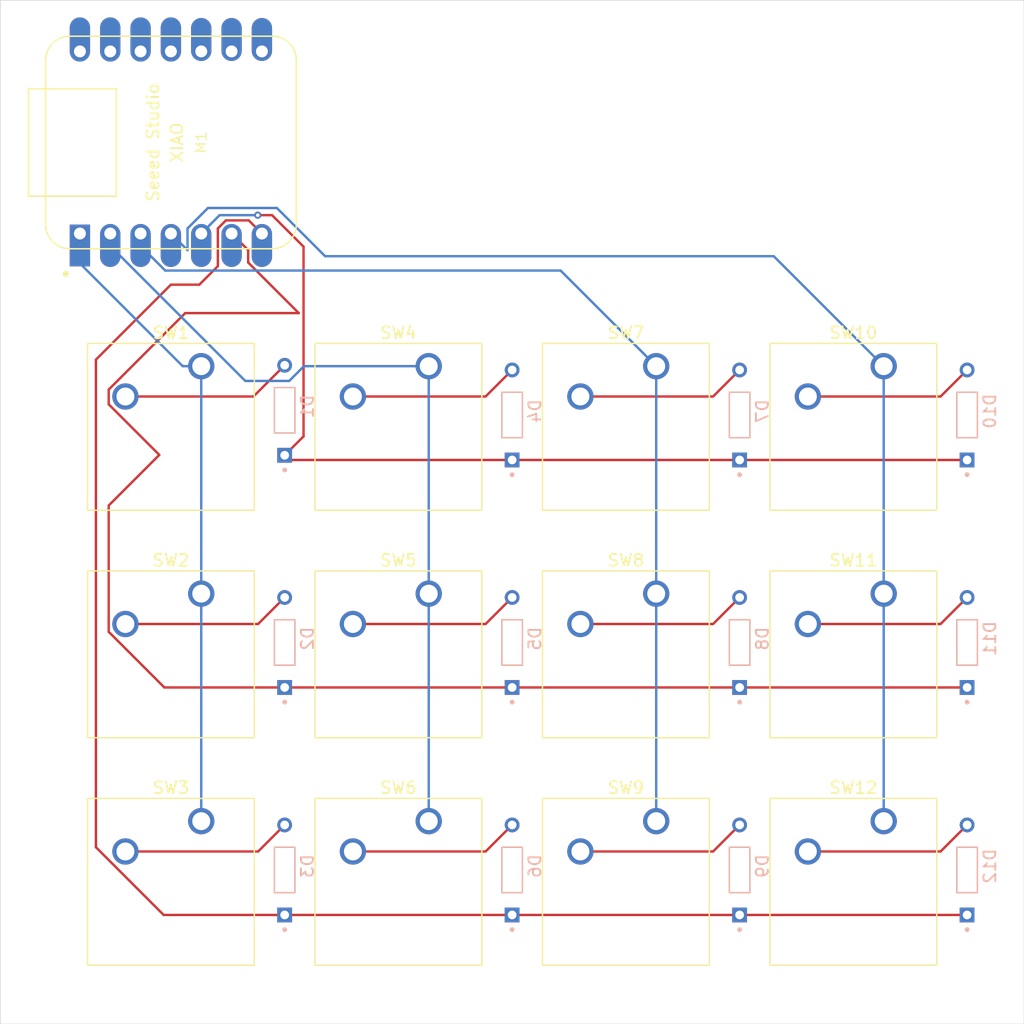
<source format=kicad_pcb>
(kicad_pcb (version 20240108) (generator "pcbnew") (generator_version "8.0")
  (layers (0 "F.Cu" signal) (31 "B.Cu" signal) (34 "B.Paste" user) (35 "F.Paste" user) (36 "B.SilkS" user "B.Silkscreen") (37 "F.SilkS" user "F.Silkscreen") (38 "B.Mask" user) (39 "F.Mask" user) (44 "Edge.Cuts" user))
  (net 0 "")
  (net 1 "Net-(D1-A)")
  (net 2 "Row 1")
  (net 3 "Row 0")
  (net 4 "Net-(D2-A)")
  (net 5 "Row 2")
  (net 6 "Net-(D3-A)")
  (net 7 "Net-(D4-A)")
  (net 9 "Net-(D5-A)")
  (net 10 "Net-(D6-A)")
  (net 11 "Net-(D7-A)")
  (net 12 "Net-(D8-A)")
  (net 13 "Net-(D9-A)")
  (net 14 "Net-(D10-A)")
  (net 15 "Net-(D11-A)")
  (net 16 "Net-(D12-A)")
  (net 17 "Col 0")
  (net 19 "Col 1")
  (net 20 "Col 3")
  (net 22 "Col 2")
  (net 24 "+5V")
  (net 25 "GND")
  (footprint "Button_Switch_Keyboard:SW_Cherry_MX_1.00u_PCB" (layer "F.Cu") (at 102.87 90.17)
    (property "Reference" "SW2" (at -2.54 -2.794 0) (layer "F.SilkS"))
    (property "Value" "SW_Push")
    (fp_line (start -9.525 -1.905) (end 4.445 -1.905) (stroke (width 0.12)) (layer "F.SilkS"))
    (fp_line (start -9.525 12.065) (end -9.525 -1.905) (stroke (width 0.12)) (layer "F.SilkS"))
    (fp_line (start 4.445 -1.905) (end 4.445 12.065) (stroke (width 0.12)) (layer "F.SilkS"))
    (fp_line (start 4.445 12.065) (end -9.525 12.065) (stroke (width 0.12)) (layer "F.SilkS"))
    (pad "" np_thru_hole circle (at -7.62 5.08) (size 1.7 1.7) (drill 1.7) (layers "*.Cu" "*.Mask"))
    (pad "" np_thru_hole circle (at -2.54 5.08) (size 4 4) (drill 4) (layers "*.Cu" "*.Mask"))
    (pad "" np_thru_hole circle (at 2.54 5.08) (size 1.7 1.7) (drill 1.7) (layers "*.Cu" "*.Mask"))
    (pad "1" thru_hole circle (at 0 0) (size 2.2 2.2) (drill 1.5) (layers "*.Cu" "*.Mask") (net 17 "Col 0"))
    (pad "2" thru_hole circle (at -6.35 2.54) (size 2.2 2.2) (drill 1.5) (layers "*.Cu" "*.Mask") (net 4 "Net-(D2-A)"))
  )
  (footprint "Button_Switch_Keyboard:SW_Cherry_MX_1.00u_PCB" (layer "F.Cu") (at 140.97 90.17)
    (property "Reference" "SW8" (at -2.54 -2.794 0) (layer "F.SilkS"))
    (property "Value" "SW_Push")
    (fp_line (start -9.525 -1.905) (end 4.445 -1.905) (stroke (width 0.12)) (layer "F.SilkS"))
    (fp_line (start -9.525 12.065) (end -9.525 -1.905) (stroke (width 0.12)) (layer "F.SilkS"))
    (fp_line (start 4.445 -1.905) (end 4.445 12.065) (stroke (width 0.12)) (layer "F.SilkS"))
    (fp_line (start 4.445 12.065) (end -9.525 12.065) (stroke (width 0.12)) (layer "F.SilkS"))
    (pad "" np_thru_hole circle (at -7.62 5.08) (size 1.7 1.7) (drill 1.7) (layers "*.Cu" "*.Mask"))
    (pad "" np_thru_hole circle (at -2.54 5.08) (size 4 4) (drill 4) (layers "*.Cu" "*.Mask"))
    (pad "" np_thru_hole circle (at 2.54 5.08) (size 1.7 1.7) (drill 1.7) (layers "*.Cu" "*.Mask"))
    (pad "1" thru_hole circle (at 0 0) (size 2.2 2.2) (drill 1.5) (layers "*.Cu" "*.Mask") (net 22 "Col 2"))
    (pad "2" thru_hole circle (at -6.35 2.54) (size 2.2 2.2) (drill 1.5) (layers "*.Cu" "*.Mask") (net 12 "Net-(D8-A)"))
  )
  (footprint "footprints:XIAO-Generic-Hybrid-14P-2.54-21X17.8MM" (layer "F.Cu") (at 100.33 52.3875 90)
    (property "Reference" "M1" (at 0 2.54 90) (layer "F.SilkS") (effects (font (size 0.889 0.889) (thickness 0.1016))))
    (property "Value" "XIAO-RP2040" (hide yes))
    (fp_line (start 4.5 -11.92403) (end 4.5 -4.57073) (stroke (width 0.127)) (layer "F.SilkS"))
    (fp_line (start -4.5 -11.92403) (end 4.5 -11.92403) (stroke (width 0.127)) (layer "F.SilkS"))
    (fp_line (start 6.9 -10.49909) (end -6.9 -10.49909) (stroke (width 0.127)) (layer "F.SilkS"))
    (fp_line (start -8.9 -8.5) (end -8.9 8.5) (stroke (width 0.127)) (layer "F.SilkS"))
    (fp_line (start 4.5 -4.57073) (end -4.5 -4.57073) (stroke (width 0.127)) (layer "F.SilkS"))
    (fp_line (start -4.5 -4.57073) (end -4.5 -11.92403) (stroke (width 0.127)) (layer "F.SilkS"))
    (fp_line (start 8.9 8.5) (end 8.9 -8.5) (stroke (width 0.127)) (layer "F.SilkS"))
    (fp_line (start -6.9 10.5) (end 6.9 10.5) (stroke (width 0.127)) (layer "F.SilkS"))
    (fp_arc (start 6.9 -10.5) (mid 8.301494 -9.901494) (end 8.9 -8.5) (stroke (width 0.12)) (layer "F.SilkS"))
    (fp_arc (start -8.9 -8.5) (mid -8.301491 -9.901491) (end -6.9 -10.5) (stroke (width 0.12)) (layer "F.SilkS"))
    (fp_arc (start 8.9 8.5) (mid 8.314214 9.914214) (end 6.9 10.5) (stroke (width 0.12)) (layer "F.SilkS"))
    (fp_arc (start -6.9 10.5) (mid -8.301423 9.901423) (end -8.9 8.5) (stroke (width 0.12)) (layer "F.SilkS"))
    (fp_circle (center -11 -8.8) (end -11 -9.054) (fill solid) (layer "F.SilkS"))
    (fp_poly (pts (xy -8.887715 -8.561705) (xy -8.884667 -8.610473) (xy -8.880603 -8.659494)) (stroke (width 0.0254)) (fill none) (layer "F.SilkS"))
    (fp_poly (pts (xy 8.889492 8.521574) (xy 8.887713 8.57085) (xy 8.884665 8.619618) (xy 8.880601 8.668639) (xy 8.875268 8.717407) (xy 8.868664 8.766175) (xy 8.861044 8.81469) (xy 8.852153 8.86295) (xy 8.842248 8.910955)) (stroke (width 0.0254)) (fill none) (layer "F.SilkS"))
    (fp_text user "XIAO" (at 0 0.5 90) (layer "F.SilkS"))
    (fp_text user "Seeed Studio" (at 0 -1.5 90) (layer "F.SilkS"))
    (pad "1" thru_hole rect (at -7.625 -7.62 90) (size 3.5 1.7) (drill 1 (offset -1 0)) (layers "*.Cu" "*.Mask") (net 17 "Col 0"))
    (pad "2" thru_hole oval (at -7.625 -5.08 90) (size 3.6 1.7) (drill 1 (offset -1 0)) (layers "*.Cu" "*.Mask") (net 19 "Col 1"))
    (pad "3" thru_hole oval (at -7.625 -2.54 90) (size 3.6 1.7) (drill 1 (offset -1 0)) (layers "*.Cu" "*.Mask") (net 22 "Col 2"))
    (pad "4" thru_hole oval (at -7.625 0 90) (size 3.6 1.7) (drill 1 (offset -1 0)) (layers "*.Cu" "*.Mask") (net 20 "Col 3"))
    (pad "5" thru_hole oval (at -7.625 2.54 90) (size 3.6 1.7) (drill 1 (offset -1 0)) (layers "*.Cu" "*.Mask") (net 3 "Row 0"))
    (pad "6" thru_hole oval (at -7.625 5.08 270) (size 3.6 1.7) (drill 1 (offset 1 0)) (layers "*.Cu" "*.Mask") (net 2 "Row 1"))
    (pad "7" thru_hole oval (at -7.625 7.62 90) (size 3.6 1.7) (drill 1 (offset -1 0)) (layers "*.Cu" "*.Mask") (net 5 "Row 2"))
    (pad "8" thru_hole oval (at 7.625 7.62 90) (size 3.6 1.7) (drill 1 (offset 1 0)) (layers "*.Cu" "*.Mask"))
    (pad "9" thru_hole oval (at 7.625 5.08 90) (size 3.6 1.7) (drill 1 (offset 1 0)) (layers "*.Cu" "*.Mask"))
    (pad "10" thru_hole oval (at 7.625 2.54 90) (size 3.6 1.7) (drill 1 (offset 1 0)) (layers "*.Cu" "*.Mask"))
    (pad "11" thru_hole oval (at 7.625 0 90) (size 3.7 1.7) (drill 1 (offset 1 0)) (layers "*.Cu" "*.Mask"))
    (pad "12" thru_hole oval (at 7.625 -2.54 90) (size 3.7 1.7) (drill 1 (offset 1 0)) (layers "*.Cu" "*.Mask"))
    (pad "13" thru_hole oval (at 7.625 -5.08 90) (size 3.7 1.7) (drill 1 (offset 1 0)) (layers "*.Cu" "*.Mask") (net 25 "GND"))
    (pad "14" thru_hole oval (at 7.625 -7.62 90) (size 3.7 1.7) (drill 1 (offset 1 0)) (layers "*.Cu" "*.Mask") (net 24 "+5V"))
  )
  (footprint "Button_Switch_Keyboard:SW_Cherry_MX_1.00u_PCB" (layer "F.Cu") (at 121.92 71.12)
    (property "Reference" "SW4" (at -2.54 -2.794 0) (layer "F.SilkS"))
    (property "Value" "SW_Push")
    (fp_line (start -9.525 -1.905) (end 4.445 -1.905) (stroke (width 0.12)) (layer "F.SilkS"))
    (fp_line (start -9.525 12.065) (end -9.525 -1.905) (stroke (width 0.12)) (layer "F.SilkS"))
    (fp_line (start 4.445 -1.905) (end 4.445 12.065) (stroke (width 0.12)) (layer "F.SilkS"))
    (fp_line (start 4.445 12.065) (end -9.525 12.065) (stroke (width 0.12)) (layer "F.SilkS"))
    (pad "" np_thru_hole circle (at -7.62 5.08) (size 1.7 1.7) (drill 1.7) (layers "*.Cu" "*.Mask"))
    (pad "" np_thru_hole circle (at -2.54 5.08) (size 4 4) (drill 4) (layers "*.Cu" "*.Mask"))
    (pad "" np_thru_hole circle (at 2.54 5.08) (size 1.7 1.7) (drill 1.7) (layers "*.Cu" "*.Mask"))
    (pad "1" thru_hole circle (at 0 0) (size 2.2 2.2) (drill 1.5) (layers "*.Cu" "*.Mask") (net 19 "Col 1"))
    (pad "2" thru_hole circle (at -6.35 2.54) (size 2.2 2.2) (drill 1.5) (layers "*.Cu" "*.Mask") (net 7 "Net-(D4-A)"))
  )
  (footprint "Button_Switch_Keyboard:SW_Cherry_MX_1.00u_PCB" (layer "F.Cu") (at 121.92 109.22)
    (property "Reference" "SW6" (at -2.54 -2.794 0) (layer "F.SilkS"))
    (property "Value" "SW_Push")
    (fp_line (start -9.525 -1.905) (end 4.445 -1.905) (stroke (width 0.12)) (layer "F.SilkS"))
    (fp_line (start -9.525 12.065) (end -9.525 -1.905) (stroke (width 0.12)) (layer "F.SilkS"))
    (fp_line (start 4.445 -1.905) (end 4.445 12.065) (stroke (width 0.12)) (layer "F.SilkS"))
    (fp_line (start 4.445 12.065) (end -9.525 12.065) (stroke (width 0.12)) (layer "F.SilkS"))
    (pad "" np_thru_hole circle (at -7.62 5.08) (size 1.7 1.7) (drill 1.7) (layers "*.Cu" "*.Mask"))
    (pad "" np_thru_hole circle (at -2.54 5.08) (size 4 4) (drill 4) (layers "*.Cu" "*.Mask"))
    (pad "" np_thru_hole circle (at 2.54 5.08) (size 1.7 1.7) (drill 1.7) (layers "*.Cu" "*.Mask"))
    (pad "1" thru_hole circle (at 0 0) (size 2.2 2.2) (drill 1.5) (layers "*.Cu" "*.Mask") (net 19 "Col 1"))
    (pad "2" thru_hole circle (at -6.35 2.54) (size 2.2 2.2) (drill 1.5) (layers "*.Cu" "*.Mask") (net 10 "Net-(D6-A)"))
  )
  (footprint "Button_Switch_Keyboard:SW_Cherry_MX_1.00u_PCB" (layer "F.Cu") (at 140.97 71.12)
    (property "Reference" "SW7" (at -2.54 -2.794 0) (layer "F.SilkS"))
    (property "Value" "SW_Push")
    (fp_line (start -9.525 -1.905) (end 4.445 -1.905) (stroke (width 0.12)) (layer "F.SilkS"))
    (fp_line (start -9.525 12.065) (end -9.525 -1.905) (stroke (width 0.12)) (layer "F.SilkS"))
    (fp_line (start 4.445 -1.905) (end 4.445 12.065) (stroke (width 0.12)) (layer "F.SilkS"))
    (fp_line (start 4.445 12.065) (end -9.525 12.065) (stroke (width 0.12)) (layer "F.SilkS"))
    (pad "" np_thru_hole circle (at -7.62 5.08) (size 1.7 1.7) (drill 1.7) (layers "*.Cu" "*.Mask"))
    (pad "" np_thru_hole circle (at -2.54 5.08) (size 4 4) (drill 4) (layers "*.Cu" "*.Mask"))
    (pad "" np_thru_hole circle (at 2.54 5.08) (size 1.7 1.7) (drill 1.7) (layers "*.Cu" "*.Mask"))
    (pad "1" thru_hole circle (at 0 0) (size 2.2 2.2) (drill 1.5) (layers "*.Cu" "*.Mask") (net 22 "Col 2"))
    (pad "2" thru_hole circle (at -6.35 2.54) (size 2.2 2.2) (drill 1.5) (layers "*.Cu" "*.Mask") (net 11 "Net-(D7-A)"))
  )
  (footprint "Button_Switch_Keyboard:SW_Cherry_MX_1.00u_PCB" (layer "F.Cu") (at 160.02 90.17)
    (property "Reference" "SW11" (at -2.54 -2.794 0) (layer "F.SilkS"))
    (property "Value" "SW_Push")
    (fp_line (start -9.525 -1.905) (end 4.445 -1.905) (stroke (width 0.12)) (layer "F.SilkS"))
    (fp_line (start -9.525 12.065) (end -9.525 -1.905) (stroke (width 0.12)) (layer "F.SilkS"))
    (fp_line (start 4.445 -1.905) (end 4.445 12.065) (stroke (width 0.12)) (layer "F.SilkS"))
    (fp_line (start 4.445 12.065) (end -9.525 12.065) (stroke (width 0.12)) (layer "F.SilkS"))
    (pad "" np_thru_hole circle (at -7.62 5.08) (size 1.7 1.7) (drill 1.7) (layers "*.Cu" "*.Mask"))
    (pad "" np_thru_hole circle (at -2.54 5.08) (size 4 4) (drill 4) (layers "*.Cu" "*.Mask"))
    (pad "" np_thru_hole circle (at 2.54 5.08) (size 1.7 1.7) (drill 1.7) (layers "*.Cu" "*.Mask"))
    (pad "1" thru_hole circle (at 0 0) (size 2.2 2.2) (drill 1.5) (layers "*.Cu" "*.Mask") (net 20 "Col 3"))
    (pad "2" thru_hole circle (at -6.35 2.54) (size 2.2 2.2) (drill 1.5) (layers "*.Cu" "*.Mask") (net 15 "Net-(D11-A)"))
  )
  (footprint "Button_Switch_Keyboard:SW_Cherry_MX_1.00u_PCB" (layer "F.Cu") (at 102.87 109.22)
    (property "Reference" "SW3" (at -2.54 -2.794 0) (layer "F.SilkS"))
    (property "Value" "SW_Push")
    (fp_line (start -9.525 -1.905) (end 4.445 -1.905) (stroke (width 0.12)) (layer "F.SilkS"))
    (fp_line (start -9.525 12.065) (end -9.525 -1.905) (stroke (width 0.12)) (layer "F.SilkS"))
    (fp_line (start 4.445 -1.905) (end 4.445 12.065) (stroke (width 0.12)) (layer "F.SilkS"))
    (fp_line (start 4.445 12.065) (end -9.525 12.065) (stroke (width 0.12)) (layer "F.SilkS"))
    (pad "" np_thru_hole circle (at -7.62 5.08) (size 1.7 1.7) (drill 1.7) (layers "*.Cu" "*.Mask"))
    (pad "" np_thru_hole circle (at -2.54 5.08) (size 4 4) (drill 4) (layers "*.Cu" "*.Mask"))
    (pad "" np_thru_hole circle (at 2.54 5.08) (size 1.7 1.7) (drill 1.7) (layers "*.Cu" "*.Mask"))
    (pad "1" thru_hole circle (at 0 0) (size 2.2 2.2) (drill 1.5) (layers "*.Cu" "*.Mask") (net 17 "Col 0"))
    (pad "2" thru_hole circle (at -6.35 2.54) (size 2.2 2.2) (drill 1.5) (layers "*.Cu" "*.Mask") (net 6 "Net-(D3-A)"))
  )
  (footprint "Button_Switch_Keyboard:SW_Cherry_MX_1.00u_PCB" (layer "F.Cu") (at 140.97 109.22)
    (property "Reference" "SW9" (at -2.54 -2.794 0) (layer "F.SilkS"))
    (property "Value" "SW_Push")
    (fp_line (start -9.525 -1.905) (end 4.445 -1.905) (stroke (width 0.12)) (layer "F.SilkS"))
    (fp_line (start -9.525 12.065) (end -9.525 -1.905) (stroke (width 0.12)) (layer "F.SilkS"))
    (fp_line (start 4.445 -1.905) (end 4.445 12.065) (stroke (width 0.12)) (layer "F.SilkS"))
    (fp_line (start 4.445 12.065) (end -9.525 12.065) (stroke (width 0.12)) (layer "F.SilkS"))
    (pad "" np_thru_hole circle (at -7.62 5.08) (size 1.7 1.7) (drill 1.7) (layers "*.Cu" "*.Mask"))
    (pad "" np_thru_hole circle (at -2.54 5.08) (size 4 4) (drill 4) (layers "*.Cu" "*.Mask"))
    (pad "" np_thru_hole circle (at 2.54 5.08) (size 1.7 1.7) (drill 1.7) (layers "*.Cu" "*.Mask"))
    (pad "1" thru_hole circle (at 0 0) (size 2.2 2.2) (drill 1.5) (layers "*.Cu" "*.Mask") (net 22 "Col 2"))
    (pad "2" thru_hole circle (at -6.35 2.54) (size 2.2 2.2) (drill 1.5) (layers "*.Cu" "*.Mask") (net 13 "Net-(D9-A)"))
  )
  (footprint "Button_Switch_Keyboard:SW_Cherry_MX_1.00u_PCB" (layer "F.Cu") (at 121.92 90.17)
    (property "Reference" "SW5" (at -2.54 -2.794 0) (layer "F.SilkS"))
    (property "Value" "SW_Push")
    (fp_line (start -9.525 -1.905) (end 4.445 -1.905) (stroke (width 0.12)) (layer "F.SilkS"))
    (fp_line (start -9.525 12.065) (end -9.525 -1.905) (stroke (width 0.12)) (layer "F.SilkS"))
    (fp_line (start 4.445 -1.905) (end 4.445 12.065) (stroke (width 0.12)) (layer "F.SilkS"))
    (fp_line (start 4.445 12.065) (end -9.525 12.065) (stroke (width 0.12)) (layer "F.SilkS"))
    (pad "" np_thru_hole circle (at -7.62 5.08) (size 1.7 1.7) (drill 1.7) (layers "*.Cu" "*.Mask"))
    (pad "" np_thru_hole circle (at -2.54 5.08) (size 4 4) (drill 4) (layers "*.Cu" "*.Mask"))
    (pad "" np_thru_hole circle (at 2.54 5.08) (size 1.7 1.7) (drill 1.7) (layers "*.Cu" "*.Mask"))
    (pad "1" thru_hole circle (at 0 0) (size 2.2 2.2) (drill 1.5) (layers "*.Cu" "*.Mask") (net 19 "Col 1"))
    (pad "2" thru_hole circle (at -6.35 2.54) (size 2.2 2.2) (drill 1.5) (layers "*.Cu" "*.Mask") (net 9 "Net-(D5-A)"))
  )
  (footprint "Button_Switch_Keyboard:SW_Cherry_MX_1.00u_PCB" (layer "F.Cu") (at 160.02 109.22)
    (property "Reference" "SW12" (at -2.54 -2.794 0) (layer "F.SilkS"))
    (property "Value" "SW_Push")
    (fp_line (start -9.525 -1.905) (end 4.445 -1.905) (stroke (width 0.12)) (layer "F.SilkS"))
    (fp_line (start -9.525 12.065) (end -9.525 -1.905) (stroke (width 0.12)) (layer "F.SilkS"))
    (fp_line (start 4.445 -1.905) (end 4.445 12.065) (stroke (width 0.12)) (layer "F.SilkS"))
    (fp_line (start 4.445 12.065) (end -9.525 12.065) (stroke (width 0.12)) (layer "F.SilkS"))
    (pad "" np_thru_hole circle (at -7.62 5.08) (size 1.7 1.7) (drill 1.7) (layers "*.Cu" "*.Mask"))
    (pad "" np_thru_hole circle (at -2.54 5.08) (size 4 4) (drill 4) (layers "*.Cu" "*.Mask"))
    (pad "" np_thru_hole circle (at 2.54 5.08) (size 1.7 1.7) (drill 1.7) (layers "*.Cu" "*.Mask"))
    (pad "1" thru_hole circle (at 0 0) (size 2.2 2.2) (drill 1.5) (layers "*.Cu" "*.Mask") (net 20 "Col 3"))
    (pad "2" thru_hole circle (at -6.35 2.54) (size 2.2 2.2) (drill 1.5) (layers "*.Cu" "*.Mask") (net 16 "Net-(D12-A)"))
  )
  (footprint "Button_Switch_Keyboard:SW_Cherry_MX_1.00u_PCB" (layer "F.Cu") (at 102.87 71.12)
    (property "Reference" "SW1" (at -2.54 -2.794 0) (layer "F.SilkS"))
    (property "Value" "SW_Push")
    (fp_line (start -9.525 -1.905) (end 4.445 -1.905) (stroke (width 0.12)) (layer "F.SilkS"))
    (fp_line (start -9.525 12.065) (end -9.525 -1.905) (stroke (width 0.12)) (layer "F.SilkS"))
    (fp_line (start 4.445 -1.905) (end 4.445 12.065) (stroke (width 0.12)) (layer "F.SilkS"))
    (fp_line (start 4.445 12.065) (end -9.525 12.065) (stroke (width 0.12)) (layer "F.SilkS"))
    (pad "" np_thru_hole circle (at -7.62 5.08) (size 1.7 1.7) (drill 1.7) (layers "*.Cu" "*.Mask"))
    (pad "" np_thru_hole circle (at -2.54 5.08) (size 4 4) (drill 4) (layers "*.Cu" "*.Mask"))
    (pad "" np_thru_hole circle (at 2.54 5.08) (size 1.7 1.7) (drill 1.7) (layers "*.Cu" "*.Mask"))
    (pad "1" thru_hole circle (at 0 0) (size 2.2 2.2) (drill 1.5) (layers "*.Cu" "*.Mask") (net 17 "Col 0"))
    (pad "2" thru_hole circle (at -6.35 2.54) (size 2.2 2.2) (drill 1.5) (layers "*.Cu" "*.Mask") (net 1 "Net-(D1-A)"))
  )
  (footprint "Button_Switch_Keyboard:SW_Cherry_MX_1.00u_PCB" (layer "F.Cu") (at 160.02 71.12)
    (property "Reference" "SW10" (at -2.54 -2.794 0) (layer "F.SilkS"))
    (property "Value" "SW_Push")
    (fp_line (start -9.525 -1.905) (end 4.445 -1.905) (stroke (width 0.12)) (layer "F.SilkS"))
    (fp_line (start -9.525 12.065) (end -9.525 -1.905) (stroke (width 0.12)) (layer "F.SilkS"))
    (fp_line (start 4.445 -1.905) (end 4.445 12.065) (stroke (width 0.12)) (layer "F.SilkS"))
    (fp_line (start 4.445 12.065) (end -9.525 12.065) (stroke (width 0.12)) (layer "F.SilkS"))
    (pad "" np_thru_hole circle (at -7.62 5.08) (size 1.7 1.7) (drill 1.7) (layers "*.Cu" "*.Mask"))
    (pad "" np_thru_hole circle (at -2.54 5.08) (size 4 4) (drill 4) (layers "*.Cu" "*.Mask"))
    (pad "" np_thru_hole circle (at 2.54 5.08) (size 1.7 1.7) (drill 1.7) (layers "*.Cu" "*.Mask"))
    (pad "1" thru_hole circle (at 0 0) (size 2.2 2.2) (drill 1.5) (layers "*.Cu" "*.Mask") (net 20 "Col 3"))
    (pad "2" thru_hole circle (at -6.35 2.54) (size 2.2 2.2) (drill 1.5) (layers "*.Cu" "*.Mask") (net 14 "Net-(D10-A)"))
  )
  (footprint "footprints:1N4148" (layer "B.Cu") (at 167.005 94.256 90)
    (property "Reference" "D11" (at 0.3175 1.905 -90) (layer "B.SilkS") (effects (justify mirror)))
    (property "Value" "D")
    (fp_line (start 1.9025 -0.86) (end 1.9025 0.86) (stroke (width 0.127)) (layer "B.SilkS"))
    (fp_line (start -1.9025 -0.86) (end 1.9025 -0.86) (stroke (width 0.127)) (layer "B.SilkS"))
    (fp_line (start 1.9025 0.86) (end -1.9025 0.86) (stroke (width 0.127)) (layer "B.SilkS"))
    (fp_line (start -1.9025 0.86) (end -1.9025 -0.86) (stroke (width 0.127)) (layer "B.SilkS"))
    (fp_circle (center -5 0) (end -4.9 0) (stroke (width 0.2)) (fill none) (layer "B.SilkS"))
    (pad "1" thru_hole rect (at -3.7685 0 90) (size 1.238 1.238) (drill 0.73) (layers "*.Cu" "*.Mask") (net 2 "Row 1"))
    (pad "2" thru_hole circle (at 3.7685 0 90) (size 1.238 1.238) (drill 0.73) (layers "*.Cu" "*.Mask") (net 15 "Net-(D11-A)"))
  )
  (footprint "footprints:1N4148" (layer "B.Cu") (at 109.855 74.81275 90)
    (property "Reference" "D1" (at 0.3175 1.905 -90) (layer "B.SilkS") (effects (justify mirror)))
    (property "Value" "D")
    (fp_line (start 1.9025 -0.86) (end 1.9025 0.86) (stroke (width 0.127)) (layer "B.SilkS"))
    (fp_line (start -1.9025 -0.86) (end 1.9025 -0.86) (stroke (width 0.127)) (layer "B.SilkS"))
    (fp_line (start 1.9025 0.86) (end -1.9025 0.86) (stroke (width 0.127)) (layer "B.SilkS"))
    (fp_line (start -1.9025 0.86) (end -1.9025 -0.86) (stroke (width 0.127)) (layer "B.SilkS"))
    (fp_circle (center -5 0) (end -4.9 0) (stroke (width 0.2)) (fill none) (layer "B.SilkS"))
    (pad "1" thru_hole rect (at -3.7685 0 90) (size 1.238 1.238) (drill 0.73) (layers "*.Cu" "*.Mask") (net 3 "Row 0"))
    (pad "2" thru_hole circle (at 3.7685 0 90) (size 1.238 1.238) (drill 0.73) (layers "*.Cu" "*.Mask") (net 1 "Net-(D1-A)"))
  )
  (footprint "footprints:1N4148" (layer "B.Cu") (at 147.955 113.306 90)
    (property "Reference" "D9" (at 0.3175 1.905 -90) (layer "B.SilkS") (effects (justify mirror)))
    (property "Value" "D")
    (fp_line (start 1.9025 -0.86) (end 1.9025 0.86) (stroke (width 0.127)) (layer "B.SilkS"))
    (fp_line (start -1.9025 -0.86) (end 1.9025 -0.86) (stroke (width 0.127)) (layer "B.SilkS"))
    (fp_line (start 1.9025 0.86) (end -1.9025 0.86) (stroke (width 0.127)) (layer "B.SilkS"))
    (fp_line (start -1.9025 0.86) (end -1.9025 -0.86) (stroke (width 0.127)) (layer "B.SilkS"))
    (fp_circle (center -5 0) (end -4.9 0) (stroke (width 0.2)) (fill none) (layer "B.SilkS"))
    (pad "1" thru_hole rect (at -3.7685 0 90) (size 1.238 1.238) (drill 0.73) (layers "*.Cu" "*.Mask") (net 5 "Row 2"))
    (pad "2" thru_hole circle (at 3.7685 0 90) (size 1.238 1.238) (drill 0.73) (layers "*.Cu" "*.Mask") (net 13 "Net-(D9-A)"))
  )
  (footprint "footprints:1N4148" (layer "B.Cu") (at 128.905 94.256 90)
    (property "Reference" "D5" (at 0.3175 1.905 -90) (layer "B.SilkS") (effects (justify mirror)))
    (property "Value" "D")
    (fp_line (start 1.9025 -0.86) (end 1.9025 0.86) (stroke (width 0.127)) (layer "B.SilkS"))
    (fp_line (start -1.9025 -0.86) (end 1.9025 -0.86) (stroke (width 0.127)) (layer "B.SilkS"))
    (fp_line (start 1.9025 0.86) (end -1.9025 0.86) (stroke (width 0.127)) (layer "B.SilkS"))
    (fp_line (start -1.9025 0.86) (end -1.9025 -0.86) (stroke (width 0.127)) (layer "B.SilkS"))
    (fp_circle (center -5 0) (end -4.9 0) (stroke (width 0.2)) (fill none) (layer "B.SilkS"))
    (pad "1" thru_hole rect (at -3.7685 0 90) (size 1.238 1.238) (drill 0.73) (layers "*.Cu" "*.Mask") (net 2 "Row 1"))
    (pad "2" thru_hole circle (at 3.7685 0 90) (size 1.238 1.238) (drill 0.73) (layers "*.Cu" "*.Mask") (net 9 "Net-(D5-A)"))
  )
  (footprint "footprints:1N4148" (layer "B.Cu") (at 109.855 94.256 90)
    (property "Reference" "D2" (at 0.3175 1.905 -90) (layer "B.SilkS") (effects (justify mirror)))
    (property "Value" "D")
    (fp_line (start 1.9025 -0.86) (end 1.9025 0.86) (stroke (width 0.127)) (layer "B.SilkS"))
    (fp_line (start -1.9025 -0.86) (end 1.9025 -0.86) (stroke (width 0.127)) (layer "B.SilkS"))
    (fp_line (start 1.9025 0.86) (end -1.9025 0.86) (stroke (width 0.127)) (layer "B.SilkS"))
    (fp_line (start -1.9025 0.86) (end -1.9025 -0.86) (stroke (width 0.127)) (layer "B.SilkS"))
    (fp_circle (center -5 0) (end -4.9 0) (stroke (width 0.2)) (fill none) (layer "B.SilkS"))
    (pad "1" thru_hole rect (at -3.7685 0 90) (size 1.238 1.238) (drill 0.73) (layers "*.Cu" "*.Mask") (net 2 "Row 1"))
    (pad "2" thru_hole circle (at 3.7685 0 90) (size 1.238 1.238) (drill 0.73) (layers "*.Cu" "*.Mask") (net 4 "Net-(D2-A)"))
  )
  (footprint "footprints:1N4148" (layer "B.Cu") (at 147.955 75.206 90)
    (property "Reference" "D7" (at 0.3175 1.905 -90) (layer "B.SilkS") (effects (justify mirror)))
    (property "Value" "D")
    (fp_line (start 1.9025 -0.86) (end 1.9025 0.86) (stroke (width 0.127)) (layer "B.SilkS"))
    (fp_line (start -1.9025 -0.86) (end 1.9025 -0.86) (stroke (width 0.127)) (layer "B.SilkS"))
    (fp_line (start 1.9025 0.86) (end -1.9025 0.86) (stroke (width 0.127)) (layer "B.SilkS"))
    (fp_line (start -1.9025 0.86) (end -1.9025 -0.86) (stroke (width 0.127)) (layer "B.SilkS"))
    (fp_circle (center -5 0) (end -4.9 0) (stroke (width 0.2)) (fill none) (layer "B.SilkS"))
    (pad "1" thru_hole rect (at -3.7685 0 90) (size 1.238 1.238) (drill 0.73) (layers "*.Cu" "*.Mask") (net 3 "Row 0"))
    (pad "2" thru_hole circle (at 3.7685 0 90) (size 1.238 1.238) (drill 0.73) (layers "*.Cu" "*.Mask") (net 11 "Net-(D7-A)"))
  )
  (footprint "footprints:1N4148" (layer "B.Cu") (at 128.905 75.206 90)
    (property "Reference" "D4" (at 0.3175 1.905 -90) (layer "B.SilkS") (effects (justify mirror)))
    (property "Value" "D")
    (fp_line (start 1.9025 -0.86) (end 1.9025 0.86) (stroke (width 0.127)) (layer "B.SilkS"))
    (fp_line (start -1.9025 -0.86) (end 1.9025 -0.86) (stroke (width 0.127)) (layer "B.SilkS"))
    (fp_line (start 1.9025 0.86) (end -1.9025 0.86) (stroke (width 0.127)) (layer "B.SilkS"))
    (fp_line (start -1.9025 0.86) (end -1.9025 -0.86) (stroke (width 0.127)) (layer "B.SilkS"))
    (fp_circle (center -5 0) (end -4.9 0) (stroke (width 0.2)) (fill none) (layer "B.SilkS"))
    (pad "1" thru_hole rect (at -3.7685 0 90) (size 1.238 1.238) (drill 0.73) (layers "*.Cu" "*.Mask") (net 3 "Row 0"))
    (pad "2" thru_hole circle (at 3.7685 0 90) (size 1.238 1.238) (drill 0.73) (layers "*.Cu" "*.Mask") (net 7 "Net-(D4-A)"))
  )
  (footprint "footprints:1N4148" (layer "B.Cu") (at 167.005 113.306 90)
    (property "Reference" "D12" (at 0.3175 1.905 -90) (layer "B.SilkS") (effects (justify mirror)))
    (property "Value" "D")
    (fp_line (start 1.9025 -0.86) (end 1.9025 0.86) (stroke (width 0.127)) (layer "B.SilkS"))
    (fp_line (start -1.9025 -0.86) (end 1.9025 -0.86) (stroke (width 0.127)) (layer "B.SilkS"))
    (fp_line (start 1.9025 0.86) (end -1.9025 0.86) (stroke (width 0.127)) (layer "B.SilkS"))
    (fp_line (start -1.9025 0.86) (end -1.9025 -0.86) (stroke (width 0.127)) (layer "B.SilkS"))
    (fp_circle (center -5 0) (end -4.9 0) (stroke (width 0.2)) (fill none) (layer "B.SilkS"))
    (pad "1" thru_hole rect (at -3.7685 0 90) (size 1.238 1.238) (drill 0.73) (layers "*.Cu" "*.Mask") (net 5 "Row 2"))
    (pad "2" thru_hole circle (at 3.7685 0 90) (size 1.238 1.238) (drill 0.73) (layers "*.Cu" "*.Mask") (net 16 "Net-(D12-A)"))
  )
  (footprint "footprints:1N4148" (layer "B.Cu") (at 109.855 113.306 90)
    (property "Reference" "D3" (at 0.3175 1.905 -90) (layer "B.SilkS") (effects (justify mirror)))
    (property "Value" "D")
    (fp_line (start 1.9025 -0.86) (end 1.9025 0.86) (stroke (width 0.127)) (layer "B.SilkS"))
    (fp_line (start -1.9025 -0.86) (end 1.9025 -0.86) (stroke (width 0.127)) (layer "B.SilkS"))
    (fp_line (start 1.9025 0.86) (end -1.9025 0.86) (stroke (width 0.127)) (layer "B.SilkS"))
    (fp_line (start -1.9025 0.86) (end -1.9025 -0.86) (stroke (width 0.127)) (layer "B.SilkS"))
    (fp_circle (center -5 0) (end -4.9 0) (stroke (width 0.2)) (fill none) (layer "B.SilkS"))
    (pad "1" thru_hole rect (at -3.7685 0 90) (size 1.238 1.238) (drill 0.73) (layers "*.Cu" "*.Mask") (net 5 "Row 2"))
    (pad "2" thru_hole circle (at 3.7685 0 90) (size 1.238 1.238) (drill 0.73) (layers "*.Cu" "*.Mask") (net 6 "Net-(D3-A)"))
  )
  (footprint "footprints:1N4148" (layer "B.Cu") (at 167.005 75.206 90)
    (property "Reference" "D10" (at 0.3175 1.905 -90) (layer "B.SilkS") (effects (justify mirror)))
    (property "Value" "D")
    (fp_line (start 1.9025 -0.86) (end 1.9025 0.86) (stroke (width 0.127)) (layer "B.SilkS"))
    (fp_line (start -1.9025 -0.86) (end 1.9025 -0.86) (stroke (width 0.127)) (layer "B.SilkS"))
    (fp_line (start 1.9025 0.86) (end -1.9025 0.86) (stroke (width 0.127)) (layer "B.SilkS"))
    (fp_line (start -1.9025 0.86) (end -1.9025 -0.86) (stroke (width 0.127)) (layer "B.SilkS"))
    (fp_circle (center -5 0) (end -4.9 0) (stroke (width 0.2)) (fill none) (layer "B.SilkS"))
    (pad "1" thru_hole rect (at -3.7685 0 90) (size 1.238 1.238) (drill 0.73) (layers "*.Cu" "*.Mask") (net 3 "Row 0"))
    (pad "2" thru_hole circle (at 3.7685 0 90) (size 1.238 1.238) (drill 0.73) (layers "*.Cu" "*.Mask") (net 14 "Net-(D10-A)"))
  )
  (footprint "footprints:1N4148" (layer "B.Cu") (at 128.905 113.306 90)
    (property "Reference" "D6" (at 0.3175 1.905 -90) (layer "B.SilkS") (effects (justify mirror)))
    (property "Value" "D")
    (fp_line (start 1.9025 -0.86) (end 1.9025 0.86) (stroke (width 0.127)) (layer "B.SilkS"))
    (fp_line (start -1.9025 -0.86) (end 1.9025 -0.86) (stroke (width 0.127)) (layer "B.SilkS"))
    (fp_line (start 1.9025 0.86) (end -1.9025 0.86) (stroke (width 0.127)) (layer "B.SilkS"))
    (fp_line (start -1.9025 0.86) (end -1.9025 -0.86) (stroke (width 0.127)) (layer "B.SilkS"))
    (fp_circle (center -5 0) (end -4.9 0) (stroke (width 0.2)) (fill none) (layer "B.SilkS"))
    (pad "1" thru_hole rect (at -3.7685 0 90) (size 1.238 1.238) (drill 0.73) (layers "*.Cu" "*.Mask") (net 5 "Row 2"))
    (pad "2" thru_hole circle (at 3.7685 0 90) (size 1.238 1.238) (drill 0.73) (layers "*.Cu" "*.Mask") (net 10 "Net-(D6-A)"))
  )
  (footprint "footprints:1N4148" (layer "B.Cu") (at 147.955 94.256 90)
    (property "Reference" "D8" (at 0.3175 1.905 -90) (layer "B.SilkS") (effects (justify mirror)))
    (property "Value" "D")
    (fp_line (start 1.9025 -0.86) (end 1.9025 0.86) (stroke (width 0.127)) (layer "B.SilkS"))
    (fp_line (start -1.9025 -0.86) (end 1.9025 -0.86) (stroke (width 0.127)) (layer "B.SilkS"))
    (fp_line (start 1.9025 0.86) (end -1.9025 0.86) (stroke (width 0.127)) (layer "B.SilkS"))
    (fp_line (start -1.9025 0.86) (end -1.9025 -0.86) (stroke (width 0.127)) (layer "B.SilkS"))
    (fp_circle (center -5 0) (end -4.9 0) (stroke (width 0.2)) (fill none) (layer "B.SilkS"))
    (pad "1" thru_hole rect (at -3.7685 0 90) (size 1.238 1.238) (drill 0.73) (layers "*.Cu" "*.Mask") (net 2 "Row 1"))
    (pad "2" thru_hole circle (at 3.7685 0 90) (size 1.238 1.238) (drill 0.73) (layers "*.Cu" "*.Mask") (net 12 "Net-(D8-A)"))
  )
  (gr_rect (start 86.0425 40.48125) (end 171.7675 126.20625) (stroke (width 0.05)) (fill none) (layer "Edge.Cuts"))
  (segment (start 96.52 73.66) (end 107.23925 73.66) (width 0.2) (layer "F.Cu") (net 1))
  (segment (start 107.23925 73.66) (end 109.855 71.04425) (width 0.2) (layer "F.Cu") (net 1))
  (segment (start 99.356598 78.55) (end 95.12 74.313402) (width 0.2) (layer "F.Cu") (net 2))
  (segment (start 95.12 82.786598) (end 99.356598 78.55) (width 0.2) (layer "F.Cu") (net 2))
  (segment (start 101.525101 66.675) (end 111.036154 66.675) (width 0.2) (layer "F.Cu") (net 2))
  (segment (start 95.12 74.313402) (end 95.12 73.080101) (width 0.2) (layer "F.Cu") (net 2))
  (segment (start 167.005 98.0245) (end 147.955 98.0245) (width 0.2) (layer "F.Cu") (net 2))
  (segment (start 128.905 98.0245) (end 109.855 98.0245) (width 0.2) (layer "F.Cu") (net 2))
  (segment (start 147.955 98.0245) (end 128.905 98.0245) (width 0.2) (layer "F.Cu") (net 2))
  (segment (start 95.12 93.363402) (end 95.12 82.786598) (width 0.2) (layer "F.Cu") (net 2))
  (segment (start 106.8 61.4025) (end 105.41 60.0125) (width 0.2) (layer "F.Cu") (net 2))
  (segment (start 95.12 73.080101) (end 101.525101 66.675) (width 0.2) (layer "F.Cu") (net 2))
  (segment (start 99.781098 98.0245) (end 95.12 93.363402) (width 0.2) (layer "F.Cu") (net 2))
  (segment (start 106.8 62.438846) (end 106.8 61.4025) (width 0.2) (layer "F.Cu") (net 2))
  (segment (start 111.036154 66.675) (end 106.8 62.438846) (width 0.2) (layer "F.Cu") (net 2))
  (segment (start 109.855 98.0245) (end 99.781098 98.0245) (width 0.2) (layer "F.Cu") (net 2))
  (segment (start 111.436154 77.000096) (end 111.436154 61.112404) (width 0.2) (layer "F.Cu") (net 3))
  (segment (start 110.24825 78.9745) (end 109.855 78.58125) (width 0.2) (layer "F.Cu") (net 3))
  (segment (start 111.436154 61.112404) (end 108.79875 58.475) (width 0.2) (layer "F.Cu") (net 3))
  (segment (start 167.005 78.9745) (end 147.955 78.9745) (width 0.2) (layer "F.Cu") (net 3))
  (segment (start 108.79875 58.475) (end 107.605 58.475) (width 0.2) (layer "F.Cu") (net 3))
  (segment (start 147.955 78.9745) (end 128.905 78.9745) (width 0.2) (layer "F.Cu") (net 3))
  (segment (start 128.905 78.9745) (end 110.24825 78.9745) (width 0.2) (layer "F.Cu") (net 3))
  (segment (start 109.855 78.58125) (end 111.436154 77.000096) (width 0.2) (layer "F.Cu") (net 3))
  (via (at 107.605 58.475) (size 0.6) (drill 0.3) (layers "F.Cu" "B.Cu") (net 3))
  (segment (start 104.4075 58.475) (end 102.87 60.0125) (width 0.2) (layer "B.Cu") (net 3))
  (segment (start 107.605 58.475) (end 104.4075 58.475) (width 0.2) (layer "B.Cu") (net 3))
  (segment (start 96.52 92.71) (end 107.6325 92.71) (width 0.2) (layer "F.Cu") (net 4))
  (segment (start 107.6325 92.71) (end 109.855 90.4875) (width 0.2) (layer "F.Cu") (net 4))
  (segment (start 104.26 59.586154) (end 104.933654 58.9125) (width 0.2) (layer "F.Cu") (net 5))
  (segment (start 128.905 117.0745) (end 109.855 117.0745) (width 0.2) (layer "F.Cu") (net 5))
  (segment (start 104.933654 58.9125) (end 106.85 58.9125) (width 0.2) (layer "F.Cu") (net 5))
  (segment (start 102.71125 64.29375) (end 104.26 62.745) (width 0.2) (layer "F.Cu") (net 5))
  (segment (start 106.85 58.9125) (end 107.95 60.0125) (width 0.2) (layer "F.Cu") (net 5))
  (segment (start 167.005 117.0745) (end 147.955 117.0745) (width 0.2) (layer "F.Cu") (net 5))
  (segment (start 99.721556 117.0745) (end 94.05 111.402944) (width 0.2) (layer "F.Cu") (net 5))
  (segment (start 147.955 117.0745) (end 128.905 117.0745) (width 0.2) (layer "F.Cu") (net 5))
  (segment (start 100.33 64.29375) (end 102.71125 64.29375) (width 0.2) (layer "F.Cu") (net 5))
  (segment (start 94.05 111.402944) (end 94.05 70.57375) (width 0.2) (layer "F.Cu") (net 5))
  (segment (start 109.855 117.0745) (end 99.721556 117.0745) (width 0.2) (layer "F.Cu") (net 5))
  (segment (start 94.05 70.57375) (end 100.33 64.29375) (width 0.2) (layer "F.Cu") (net 5))
  (segment (start 104.26 62.745) (end 104.26 59.586154) (width 0.2) (layer "F.Cu") (net 5))
  (segment (start 107.6325 111.76) (end 109.855 109.5375) (width 0.2) (layer "F.Cu") (net 6))
  (segment (start 96.52 111.76) (end 107.6325 111.76) (width 0.2) (layer "F.Cu") (net 6))
  (segment (start 126.6825 73.66) (end 128.905 71.4375) (width 0.2) (layer "F.Cu") (net 7))
  (segment (start 115.57 73.66) (end 126.6825 73.66) (width 0.2) (layer "F.Cu") (net 7))
  (segment (start 115.57 92.71) (end 126.6825 92.71) (width 0.2) (layer "F.Cu") (net 9))
  (segment (start 126.6825 92.71) (end 128.905 90.4875) (width 0.2) (layer "F.Cu") (net 9))
  (segment (start 115.57 111.76) (end 126.6825 111.76) (width 0.2) (layer "F.Cu") (net 10))
  (segment (start 126.6825 111.76) (end 128.905 109.5375) (width 0.2) (layer "F.Cu") (net 10))
  (segment (start 134.62 73.66) (end 145.7325 73.66) (width 0.2) (layer "F.Cu") (net 11))
  (segment (start 145.7325 73.66) (end 147.955 71.4375) (width 0.2) (layer "F.Cu") (net 11))
  (segment (start 145.7325 92.71) (end 147.955 90.4875) (width 0.2) (layer "F.Cu") (net 12))
  (segment (start 134.62 92.71) (end 145.7325 92.71) (width 0.2) (layer "F.Cu") (net 12))
  (segment (start 145.7325 111.76) (end 147.955 109.5375) (width 0.2) (layer "F.Cu") (net 13))
  (segment (start 134.62 111.76) (end 145.7325 111.76) (width 0.2) (layer "F.Cu") (net 13))
  (segment (start 153.67 73.66) (end 164.7825 73.66) (width 0.2) (layer "F.Cu") (net 14))
  (segment (start 164.7825 73.66) (end 167.005 71.4375) (width 0.2) (layer "F.Cu") (net 14))
  (segment (start 153.67 92.71) (end 164.7825 92.71) (width 0.2) (layer "F.Cu") (net 15))
  (segment (start 164.7825 92.71) (end 167.005 90.4875) (width 0.2) (layer "F.Cu") (net 15))
  (segment (start 164.7825 111.76) (end 167.005 109.5375) (width 0.2) (layer "F.Cu") (net 16))
  (segment (start 153.67 111.76) (end 164.7825 111.76) (width 0.2) (layer "F.Cu") (net 16))
  (segment (start 102.87 90.17) (end 102.87 71.12) (width 0.2) (layer "B.Cu") (net 17))
  (segment (start 102.87 109.22) (end 102.87 90.17) (width 0.2) (layer "B.Cu") (net 17))
  (segment (start 92.71 62.515634) (end 92.71 60.0125) (width 0.2) (layer "B.Cu") (net 17))
  (segment (start 102.87 71.12) (end 101.314366 71.12) (width 0.2) (layer "B.Cu") (net 17))
  (segment (start 101.314366 71.12) (end 92.71 62.515634) (width 0.2) (layer "B.Cu") (net 17))
  (segment (start 121.92 90.17) (end 121.92 71.12) (width 0.2) (layer "B.Cu") (net 19))
  (segment (start 121.92 109.22) (end 121.92 90.17) (width 0.2) (layer "B.Cu") (net 19))
  (segment (start 106.557654 72.3565) (end 95.25 61.048846) (width 0.2) (layer "B.Cu") (net 19))
  (segment (start 121.92 71.12) (end 111.472163 71.12) (width 0.2) (layer "B.Cu") (net 19))
  (segment (start 95.25 61.048846) (end 95.25 60.0125) (width 0.2) (layer "B.Cu") (net 19))
  (segment (start 110.235663 72.3565) (end 106.557654 72.3565) (width 0.2) (layer "B.Cu") (net 19))
  (segment (start 111.472163 71.12) (end 110.235663 72.3565) (width 0.2) (layer "B.Cu") (net 19))
  (segment (start 103.431154 57.875) (end 101.72 59.586154) (width 0.2) (layer "B.Cu") (net 20))
  (segment (start 113.2425 61.9125) (end 109.205 57.875) (width 0.2) (layer "B.Cu") (net 20))
  (segment (start 160.02 90.17) (end 160.02 71.12) (width 0.2) (layer "B.Cu") (net 20))
  (segment (start 109.205 57.875) (end 103.431154 57.875) (width 0.2) (layer "B.Cu") (net 20))
  (segment (start 101.72 59.586154) (end 101.72 61.4025) (width 0.2) (layer "B.Cu") (net 20))
  (segment (start 160.02 109.22) (end 160.02 90.17) (width 0.2) (layer "B.Cu") (net 20))
  (segment (start 160.02 71.12) (end 150.8125 61.9125) (width 0.2) (layer "B.Cu") (net 20))
  (segment (start 150.8125 61.9125) (end 113.2425 61.9125) (width 0.2) (layer "B.Cu") (net 20))
  (segment (start 101.72 61.4025) (end 100.33 60.0125) (width 0.2) (layer "B.Cu") (net 20))
  (segment (start 140.97 90.17) (end 140.97 71.12) (width 0.2) (layer "B.Cu") (net 22))
  (segment (start 132.9625 63.1125) (end 99.853654 63.1125) (width 0.2) (layer "B.Cu") (net 22))
  (segment (start 97.79 61.048846) (end 97.79 60.0125) (width 0.2) (layer "B.Cu") (net 22))
  (segment (start 99.853654 63.1125) (end 97.79 61.048846) (width 0.2) (layer "B.Cu") (net 22))
  (segment (start 140.97 71.12) (end 132.9625 63.1125) (width 0.2) (layer "B.Cu") (net 22))
  (segment (start 140.97 109.22) (end 140.97 90.17) (width 0.2) (layer "B.Cu") (net 22))
)
</source>
